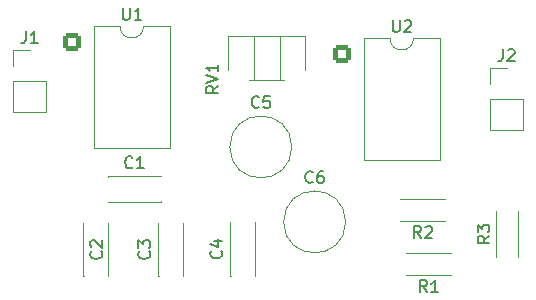
<source format=gbr>
%TF.GenerationSoftware,KiCad,Pcbnew,9.0.6*%
%TF.CreationDate,2025-12-16T12:18:39+05:30*%
%TF.ProjectId,Headphone Amplifier,48656164-7068-46f6-9e65-20416d706c69,rev?*%
%TF.SameCoordinates,Original*%
%TF.FileFunction,Legend,Top*%
%TF.FilePolarity,Positive*%
%FSLAX46Y46*%
G04 Gerber Fmt 4.6, Leading zero omitted, Abs format (unit mm)*
G04 Created by KiCad (PCBNEW 9.0.6) date 2025-12-16 12:18:39*
%MOMM*%
%LPD*%
G01*
G04 APERTURE LIST*
G04 Aperture macros list*
%AMRoundRect*
0 Rectangle with rounded corners*
0 $1 Rounding radius*
0 $2 $3 $4 $5 $6 $7 $8 $9 X,Y pos of 4 corners*
0 Add a 4 corners polygon primitive as box body*
4,1,4,$2,$3,$4,$5,$6,$7,$8,$9,$2,$3,0*
0 Add four circle primitives for the rounded corners*
1,1,$1+$1,$2,$3*
1,1,$1+$1,$4,$5*
1,1,$1+$1,$6,$7*
1,1,$1+$1,$8,$9*
0 Add four rect primitives between the rounded corners*
20,1,$1+$1,$2,$3,$4,$5,0*
20,1,$1+$1,$4,$5,$6,$7,0*
20,1,$1+$1,$6,$7,$8,$9,0*
20,1,$1+$1,$8,$9,$2,$3,0*%
G04 Aperture macros list end*
%ADD10C,0.150000*%
%ADD11C,0.120000*%
%ADD12C,1.600000*%
%ADD13C,1.400000*%
%ADD14C,1.200000*%
%ADD15RoundRect,0.250000X-0.550000X-0.550000X0.550000X-0.550000X0.550000X0.550000X-0.550000X0.550000X0*%
%ADD16R,1.700000X1.700000*%
%ADD17C,1.700000*%
%ADD18C,1.620000*%
G04 APERTURE END LIST*
D10*
X151321580Y-61684666D02*
X151369200Y-61732285D01*
X151369200Y-61732285D02*
X151416819Y-61875142D01*
X151416819Y-61875142D02*
X151416819Y-61970380D01*
X151416819Y-61970380D02*
X151369200Y-62113237D01*
X151369200Y-62113237D02*
X151273961Y-62208475D01*
X151273961Y-62208475D02*
X151178723Y-62256094D01*
X151178723Y-62256094D02*
X150988247Y-62303713D01*
X150988247Y-62303713D02*
X150845390Y-62303713D01*
X150845390Y-62303713D02*
X150654914Y-62256094D01*
X150654914Y-62256094D02*
X150559676Y-62208475D01*
X150559676Y-62208475D02*
X150464438Y-62113237D01*
X150464438Y-62113237D02*
X150416819Y-61970380D01*
X150416819Y-61970380D02*
X150416819Y-61875142D01*
X150416819Y-61875142D02*
X150464438Y-61732285D01*
X150464438Y-61732285D02*
X150512057Y-61684666D01*
X150512057Y-61303713D02*
X150464438Y-61256094D01*
X150464438Y-61256094D02*
X150416819Y-61160856D01*
X150416819Y-61160856D02*
X150416819Y-60922761D01*
X150416819Y-60922761D02*
X150464438Y-60827523D01*
X150464438Y-60827523D02*
X150512057Y-60779904D01*
X150512057Y-60779904D02*
X150607295Y-60732285D01*
X150607295Y-60732285D02*
X150702533Y-60732285D01*
X150702533Y-60732285D02*
X150845390Y-60779904D01*
X150845390Y-60779904D02*
X151416819Y-61351332D01*
X151416819Y-61351332D02*
X151416819Y-60732285D01*
X153971333Y-54547580D02*
X153923714Y-54595200D01*
X153923714Y-54595200D02*
X153780857Y-54642819D01*
X153780857Y-54642819D02*
X153685619Y-54642819D01*
X153685619Y-54642819D02*
X153542762Y-54595200D01*
X153542762Y-54595200D02*
X153447524Y-54499961D01*
X153447524Y-54499961D02*
X153399905Y-54404723D01*
X153399905Y-54404723D02*
X153352286Y-54214247D01*
X153352286Y-54214247D02*
X153352286Y-54071390D01*
X153352286Y-54071390D02*
X153399905Y-53880914D01*
X153399905Y-53880914D02*
X153447524Y-53785676D01*
X153447524Y-53785676D02*
X153542762Y-53690438D01*
X153542762Y-53690438D02*
X153685619Y-53642819D01*
X153685619Y-53642819D02*
X153780857Y-53642819D01*
X153780857Y-53642819D02*
X153923714Y-53690438D01*
X153923714Y-53690438D02*
X153971333Y-53738057D01*
X154923714Y-54642819D02*
X154352286Y-54642819D01*
X154638000Y-54642819D02*
X154638000Y-53642819D01*
X154638000Y-53642819D02*
X154542762Y-53785676D01*
X154542762Y-53785676D02*
X154447524Y-53880914D01*
X154447524Y-53880914D02*
X154352286Y-53928533D01*
X155385580Y-61684666D02*
X155433200Y-61732285D01*
X155433200Y-61732285D02*
X155480819Y-61875142D01*
X155480819Y-61875142D02*
X155480819Y-61970380D01*
X155480819Y-61970380D02*
X155433200Y-62113237D01*
X155433200Y-62113237D02*
X155337961Y-62208475D01*
X155337961Y-62208475D02*
X155242723Y-62256094D01*
X155242723Y-62256094D02*
X155052247Y-62303713D01*
X155052247Y-62303713D02*
X154909390Y-62303713D01*
X154909390Y-62303713D02*
X154718914Y-62256094D01*
X154718914Y-62256094D02*
X154623676Y-62208475D01*
X154623676Y-62208475D02*
X154528438Y-62113237D01*
X154528438Y-62113237D02*
X154480819Y-61970380D01*
X154480819Y-61970380D02*
X154480819Y-61875142D01*
X154480819Y-61875142D02*
X154528438Y-61732285D01*
X154528438Y-61732285D02*
X154576057Y-61684666D01*
X154480819Y-61351332D02*
X154480819Y-60732285D01*
X154480819Y-60732285D02*
X154861771Y-61065618D01*
X154861771Y-61065618D02*
X154861771Y-60922761D01*
X154861771Y-60922761D02*
X154909390Y-60827523D01*
X154909390Y-60827523D02*
X154957009Y-60779904D01*
X154957009Y-60779904D02*
X155052247Y-60732285D01*
X155052247Y-60732285D02*
X155290342Y-60732285D01*
X155290342Y-60732285D02*
X155385580Y-60779904D01*
X155385580Y-60779904D02*
X155433200Y-60827523D01*
X155433200Y-60827523D02*
X155480819Y-60922761D01*
X155480819Y-60922761D02*
X155480819Y-61208475D01*
X155480819Y-61208475D02*
X155433200Y-61303713D01*
X155433200Y-61303713D02*
X155385580Y-61351332D01*
X184208819Y-60364666D02*
X183732628Y-60697999D01*
X184208819Y-60936094D02*
X183208819Y-60936094D01*
X183208819Y-60936094D02*
X183208819Y-60555142D01*
X183208819Y-60555142D02*
X183256438Y-60459904D01*
X183256438Y-60459904D02*
X183304057Y-60412285D01*
X183304057Y-60412285D02*
X183399295Y-60364666D01*
X183399295Y-60364666D02*
X183542152Y-60364666D01*
X183542152Y-60364666D02*
X183637390Y-60412285D01*
X183637390Y-60412285D02*
X183685009Y-60459904D01*
X183685009Y-60459904D02*
X183732628Y-60555142D01*
X183732628Y-60555142D02*
X183732628Y-60936094D01*
X183208819Y-60031332D02*
X183208819Y-59412285D01*
X183208819Y-59412285D02*
X183589771Y-59745618D01*
X183589771Y-59745618D02*
X183589771Y-59602761D01*
X183589771Y-59602761D02*
X183637390Y-59507523D01*
X183637390Y-59507523D02*
X183685009Y-59459904D01*
X183685009Y-59459904D02*
X183780247Y-59412285D01*
X183780247Y-59412285D02*
X184018342Y-59412285D01*
X184018342Y-59412285D02*
X184113580Y-59459904D01*
X184113580Y-59459904D02*
X184161200Y-59507523D01*
X184161200Y-59507523D02*
X184208819Y-59602761D01*
X184208819Y-59602761D02*
X184208819Y-59888475D01*
X184208819Y-59888475D02*
X184161200Y-59983713D01*
X184161200Y-59983713D02*
X184113580Y-60031332D01*
X169235333Y-55791580D02*
X169187714Y-55839200D01*
X169187714Y-55839200D02*
X169044857Y-55886819D01*
X169044857Y-55886819D02*
X168949619Y-55886819D01*
X168949619Y-55886819D02*
X168806762Y-55839200D01*
X168806762Y-55839200D02*
X168711524Y-55743961D01*
X168711524Y-55743961D02*
X168663905Y-55648723D01*
X168663905Y-55648723D02*
X168616286Y-55458247D01*
X168616286Y-55458247D02*
X168616286Y-55315390D01*
X168616286Y-55315390D02*
X168663905Y-55124914D01*
X168663905Y-55124914D02*
X168711524Y-55029676D01*
X168711524Y-55029676D02*
X168806762Y-54934438D01*
X168806762Y-54934438D02*
X168949619Y-54886819D01*
X168949619Y-54886819D02*
X169044857Y-54886819D01*
X169044857Y-54886819D02*
X169187714Y-54934438D01*
X169187714Y-54934438D02*
X169235333Y-54982057D01*
X170092476Y-54886819D02*
X169902000Y-54886819D01*
X169902000Y-54886819D02*
X169806762Y-54934438D01*
X169806762Y-54934438D02*
X169759143Y-54982057D01*
X169759143Y-54982057D02*
X169663905Y-55124914D01*
X169663905Y-55124914D02*
X169616286Y-55315390D01*
X169616286Y-55315390D02*
X169616286Y-55696342D01*
X169616286Y-55696342D02*
X169663905Y-55791580D01*
X169663905Y-55791580D02*
X169711524Y-55839200D01*
X169711524Y-55839200D02*
X169806762Y-55886819D01*
X169806762Y-55886819D02*
X169997238Y-55886819D01*
X169997238Y-55886819D02*
X170092476Y-55839200D01*
X170092476Y-55839200D02*
X170140095Y-55791580D01*
X170140095Y-55791580D02*
X170187714Y-55696342D01*
X170187714Y-55696342D02*
X170187714Y-55458247D01*
X170187714Y-55458247D02*
X170140095Y-55363009D01*
X170140095Y-55363009D02*
X170092476Y-55315390D01*
X170092476Y-55315390D02*
X169997238Y-55267771D01*
X169997238Y-55267771D02*
X169806762Y-55267771D01*
X169806762Y-55267771D02*
X169711524Y-55315390D01*
X169711524Y-55315390D02*
X169663905Y-55363009D01*
X169663905Y-55363009D02*
X169616286Y-55458247D01*
X164679333Y-49441580D02*
X164631714Y-49489200D01*
X164631714Y-49489200D02*
X164488857Y-49536819D01*
X164488857Y-49536819D02*
X164393619Y-49536819D01*
X164393619Y-49536819D02*
X164250762Y-49489200D01*
X164250762Y-49489200D02*
X164155524Y-49393961D01*
X164155524Y-49393961D02*
X164107905Y-49298723D01*
X164107905Y-49298723D02*
X164060286Y-49108247D01*
X164060286Y-49108247D02*
X164060286Y-48965390D01*
X164060286Y-48965390D02*
X164107905Y-48774914D01*
X164107905Y-48774914D02*
X164155524Y-48679676D01*
X164155524Y-48679676D02*
X164250762Y-48584438D01*
X164250762Y-48584438D02*
X164393619Y-48536819D01*
X164393619Y-48536819D02*
X164488857Y-48536819D01*
X164488857Y-48536819D02*
X164631714Y-48584438D01*
X164631714Y-48584438D02*
X164679333Y-48632057D01*
X165584095Y-48536819D02*
X165107905Y-48536819D01*
X165107905Y-48536819D02*
X165060286Y-49013009D01*
X165060286Y-49013009D02*
X165107905Y-48965390D01*
X165107905Y-48965390D02*
X165203143Y-48917771D01*
X165203143Y-48917771D02*
X165441238Y-48917771D01*
X165441238Y-48917771D02*
X165536476Y-48965390D01*
X165536476Y-48965390D02*
X165584095Y-49013009D01*
X165584095Y-49013009D02*
X165631714Y-49108247D01*
X165631714Y-49108247D02*
X165631714Y-49346342D01*
X165631714Y-49346342D02*
X165584095Y-49441580D01*
X165584095Y-49441580D02*
X165536476Y-49489200D01*
X165536476Y-49489200D02*
X165441238Y-49536819D01*
X165441238Y-49536819D02*
X165203143Y-49536819D01*
X165203143Y-49536819D02*
X165107905Y-49489200D01*
X165107905Y-49489200D02*
X165060286Y-49441580D01*
X153162095Y-41066819D02*
X153162095Y-41876342D01*
X153162095Y-41876342D02*
X153209714Y-41971580D01*
X153209714Y-41971580D02*
X153257333Y-42019200D01*
X153257333Y-42019200D02*
X153352571Y-42066819D01*
X153352571Y-42066819D02*
X153543047Y-42066819D01*
X153543047Y-42066819D02*
X153638285Y-42019200D01*
X153638285Y-42019200D02*
X153685904Y-41971580D01*
X153685904Y-41971580D02*
X153733523Y-41876342D01*
X153733523Y-41876342D02*
X153733523Y-41066819D01*
X154733523Y-42066819D02*
X154162095Y-42066819D01*
X154447809Y-42066819D02*
X154447809Y-41066819D01*
X154447809Y-41066819D02*
X154352571Y-41209676D01*
X154352571Y-41209676D02*
X154257333Y-41304914D01*
X154257333Y-41304914D02*
X154162095Y-41352533D01*
X178395333Y-60540819D02*
X178062000Y-60064628D01*
X177823905Y-60540819D02*
X177823905Y-59540819D01*
X177823905Y-59540819D02*
X178204857Y-59540819D01*
X178204857Y-59540819D02*
X178300095Y-59588438D01*
X178300095Y-59588438D02*
X178347714Y-59636057D01*
X178347714Y-59636057D02*
X178395333Y-59731295D01*
X178395333Y-59731295D02*
X178395333Y-59874152D01*
X178395333Y-59874152D02*
X178347714Y-59969390D01*
X178347714Y-59969390D02*
X178300095Y-60017009D01*
X178300095Y-60017009D02*
X178204857Y-60064628D01*
X178204857Y-60064628D02*
X177823905Y-60064628D01*
X178776286Y-59636057D02*
X178823905Y-59588438D01*
X178823905Y-59588438D02*
X178919143Y-59540819D01*
X178919143Y-59540819D02*
X179157238Y-59540819D01*
X179157238Y-59540819D02*
X179252476Y-59588438D01*
X179252476Y-59588438D02*
X179300095Y-59636057D01*
X179300095Y-59636057D02*
X179347714Y-59731295D01*
X179347714Y-59731295D02*
X179347714Y-59826533D01*
X179347714Y-59826533D02*
X179300095Y-59969390D01*
X179300095Y-59969390D02*
X178728667Y-60540819D01*
X178728667Y-60540819D02*
X179347714Y-60540819D01*
X144954666Y-43043819D02*
X144954666Y-43758104D01*
X144954666Y-43758104D02*
X144907047Y-43900961D01*
X144907047Y-43900961D02*
X144811809Y-43996200D01*
X144811809Y-43996200D02*
X144668952Y-44043819D01*
X144668952Y-44043819D02*
X144573714Y-44043819D01*
X145954666Y-44043819D02*
X145383238Y-44043819D01*
X145668952Y-44043819D02*
X145668952Y-43043819D01*
X145668952Y-43043819D02*
X145573714Y-43186676D01*
X145573714Y-43186676D02*
X145478476Y-43281914D01*
X145478476Y-43281914D02*
X145383238Y-43329533D01*
X161248819Y-47665238D02*
X160772628Y-47998571D01*
X161248819Y-48236666D02*
X160248819Y-48236666D01*
X160248819Y-48236666D02*
X160248819Y-47855714D01*
X160248819Y-47855714D02*
X160296438Y-47760476D01*
X160296438Y-47760476D02*
X160344057Y-47712857D01*
X160344057Y-47712857D02*
X160439295Y-47665238D01*
X160439295Y-47665238D02*
X160582152Y-47665238D01*
X160582152Y-47665238D02*
X160677390Y-47712857D01*
X160677390Y-47712857D02*
X160725009Y-47760476D01*
X160725009Y-47760476D02*
X160772628Y-47855714D01*
X160772628Y-47855714D02*
X160772628Y-48236666D01*
X160248819Y-47379523D02*
X161248819Y-47046190D01*
X161248819Y-47046190D02*
X160248819Y-46712857D01*
X161248819Y-45855714D02*
X161248819Y-46427142D01*
X161248819Y-46141428D02*
X160248819Y-46141428D01*
X160248819Y-46141428D02*
X160391676Y-46236666D01*
X160391676Y-46236666D02*
X160486914Y-46331904D01*
X160486914Y-46331904D02*
X160534533Y-46427142D01*
X176022095Y-42082819D02*
X176022095Y-42892342D01*
X176022095Y-42892342D02*
X176069714Y-42987580D01*
X176069714Y-42987580D02*
X176117333Y-43035200D01*
X176117333Y-43035200D02*
X176212571Y-43082819D01*
X176212571Y-43082819D02*
X176403047Y-43082819D01*
X176403047Y-43082819D02*
X176498285Y-43035200D01*
X176498285Y-43035200D02*
X176545904Y-42987580D01*
X176545904Y-42987580D02*
X176593523Y-42892342D01*
X176593523Y-42892342D02*
X176593523Y-42082819D01*
X177022095Y-42178057D02*
X177069714Y-42130438D01*
X177069714Y-42130438D02*
X177164952Y-42082819D01*
X177164952Y-42082819D02*
X177403047Y-42082819D01*
X177403047Y-42082819D02*
X177498285Y-42130438D01*
X177498285Y-42130438D02*
X177545904Y-42178057D01*
X177545904Y-42178057D02*
X177593523Y-42273295D01*
X177593523Y-42273295D02*
X177593523Y-42368533D01*
X177593523Y-42368533D02*
X177545904Y-42511390D01*
X177545904Y-42511390D02*
X176974476Y-43082819D01*
X176974476Y-43082819D02*
X177593523Y-43082819D01*
X185340666Y-44572819D02*
X185340666Y-45287104D01*
X185340666Y-45287104D02*
X185293047Y-45429961D01*
X185293047Y-45429961D02*
X185197809Y-45525200D01*
X185197809Y-45525200D02*
X185054952Y-45572819D01*
X185054952Y-45572819D02*
X184959714Y-45572819D01*
X185769238Y-44668057D02*
X185816857Y-44620438D01*
X185816857Y-44620438D02*
X185912095Y-44572819D01*
X185912095Y-44572819D02*
X186150190Y-44572819D01*
X186150190Y-44572819D02*
X186245428Y-44620438D01*
X186245428Y-44620438D02*
X186293047Y-44668057D01*
X186293047Y-44668057D02*
X186340666Y-44763295D01*
X186340666Y-44763295D02*
X186340666Y-44858533D01*
X186340666Y-44858533D02*
X186293047Y-45001390D01*
X186293047Y-45001390D02*
X185721619Y-45572819D01*
X185721619Y-45572819D02*
X186340666Y-45572819D01*
X178903333Y-65112819D02*
X178570000Y-64636628D01*
X178331905Y-65112819D02*
X178331905Y-64112819D01*
X178331905Y-64112819D02*
X178712857Y-64112819D01*
X178712857Y-64112819D02*
X178808095Y-64160438D01*
X178808095Y-64160438D02*
X178855714Y-64208057D01*
X178855714Y-64208057D02*
X178903333Y-64303295D01*
X178903333Y-64303295D02*
X178903333Y-64446152D01*
X178903333Y-64446152D02*
X178855714Y-64541390D01*
X178855714Y-64541390D02*
X178808095Y-64589009D01*
X178808095Y-64589009D02*
X178712857Y-64636628D01*
X178712857Y-64636628D02*
X178331905Y-64636628D01*
X179855714Y-65112819D02*
X179284286Y-65112819D01*
X179570000Y-65112819D02*
X179570000Y-64112819D01*
X179570000Y-64112819D02*
X179474762Y-64255676D01*
X179474762Y-64255676D02*
X179379524Y-64350914D01*
X179379524Y-64350914D02*
X179284286Y-64398533D01*
X161481580Y-61644666D02*
X161529200Y-61692285D01*
X161529200Y-61692285D02*
X161576819Y-61835142D01*
X161576819Y-61835142D02*
X161576819Y-61930380D01*
X161576819Y-61930380D02*
X161529200Y-62073237D01*
X161529200Y-62073237D02*
X161433961Y-62168475D01*
X161433961Y-62168475D02*
X161338723Y-62216094D01*
X161338723Y-62216094D02*
X161148247Y-62263713D01*
X161148247Y-62263713D02*
X161005390Y-62263713D01*
X161005390Y-62263713D02*
X160814914Y-62216094D01*
X160814914Y-62216094D02*
X160719676Y-62168475D01*
X160719676Y-62168475D02*
X160624438Y-62073237D01*
X160624438Y-62073237D02*
X160576819Y-61930380D01*
X160576819Y-61930380D02*
X160576819Y-61835142D01*
X160576819Y-61835142D02*
X160624438Y-61692285D01*
X160624438Y-61692285D02*
X160672057Y-61644666D01*
X160910152Y-60787523D02*
X161576819Y-60787523D01*
X160529200Y-61025618D02*
X161243485Y-61263713D01*
X161243485Y-61263713D02*
X161243485Y-60644666D01*
D11*
%TO.C,C2*%
X149806000Y-63788000D02*
X149806000Y-59248000D01*
X149862000Y-63788000D02*
X149806000Y-63788000D01*
X151890000Y-59248000D02*
X151946000Y-59248000D01*
X151946000Y-59248000D02*
X151946000Y-63788000D01*
%TO.C,C1*%
X151868000Y-55318000D02*
X156408000Y-55318000D01*
X151868000Y-55374000D02*
X151868000Y-55318000D01*
X156408000Y-57402000D02*
X156408000Y-57458000D01*
X156408000Y-57458000D02*
X151868000Y-57458000D01*
%TO.C,C3*%
X156156000Y-63788000D02*
X156156000Y-59248000D01*
X156212000Y-63788000D02*
X156156000Y-63788000D01*
X158240000Y-59248000D02*
X158296000Y-59248000D01*
X158296000Y-59248000D02*
X158296000Y-63788000D01*
%TO.C,R3*%
X184754000Y-62118000D02*
X184754000Y-58278000D01*
X186594000Y-62118000D02*
X186594000Y-58278000D01*
%TO.C,C6*%
X172022000Y-59182000D02*
G75*
G02*
X166782000Y-59182000I-2620000J0D01*
G01*
X166782000Y-59182000D02*
G75*
G02*
X172022000Y-59182000I2620000J0D01*
G01*
%TO.C,C5*%
X167466000Y-52832000D02*
G75*
G02*
X162226000Y-52832000I-2620000J0D01*
G01*
X162226000Y-52832000D02*
G75*
G02*
X167466000Y-52832000I2620000J0D01*
G01*
%TO.C,U1*%
X150689000Y-42612000D02*
X150689000Y-52892000D01*
X150689000Y-52892000D02*
X157159000Y-52892000D01*
X152924000Y-42612000D02*
X150689000Y-42612000D01*
X157159000Y-42612000D02*
X154924000Y-42612000D01*
X157159000Y-52892000D02*
X157159000Y-42612000D01*
X154924000Y-42612000D02*
G75*
G02*
X152924000Y-42612000I-1000000J0D01*
G01*
%TO.C,R2*%
X180482000Y-57246000D02*
X176642000Y-57246000D01*
X180482000Y-59086000D02*
X176642000Y-59086000D01*
%TO.C,J1*%
X143908000Y-44589000D02*
X145288000Y-44589000D01*
X143908000Y-45969000D02*
X143908000Y-44589000D01*
X143908000Y-47239000D02*
X143908000Y-49889000D01*
X143908000Y-47239000D02*
X146668000Y-47239000D01*
X143908000Y-49889000D02*
X146668000Y-49889000D01*
X146668000Y-47239000D02*
X146668000Y-49889000D01*
%TO.C,RV1*%
X162094000Y-43460000D02*
X168614000Y-43460000D01*
X162094000Y-46360000D02*
X162094000Y-43460000D01*
X164244000Y-43460000D02*
X166464000Y-43460000D01*
X164244000Y-47180000D02*
X164244000Y-43460000D01*
X166464000Y-43460000D02*
X166464000Y-47180000D01*
X166464000Y-47180000D02*
X164244000Y-47180000D01*
X166820000Y-47180000D02*
X163888000Y-47180000D01*
X168614000Y-43460000D02*
X168614000Y-46360000D01*
%TO.C,U2*%
X173549000Y-43628000D02*
X173549000Y-53908000D01*
X173549000Y-53908000D02*
X180019000Y-53908000D01*
X175784000Y-43628000D02*
X173549000Y-43628000D01*
X180019000Y-43628000D02*
X177784000Y-43628000D01*
X180019000Y-53908000D02*
X180019000Y-43628000D01*
X177784000Y-43628000D02*
G75*
G02*
X175784000Y-43628000I-1000000J0D01*
G01*
%TO.C,J2*%
X184294000Y-46118000D02*
X185674000Y-46118000D01*
X184294000Y-47498000D02*
X184294000Y-46118000D01*
X184294000Y-48768000D02*
X184294000Y-51418000D01*
X184294000Y-48768000D02*
X187054000Y-48768000D01*
X184294000Y-51418000D02*
X187054000Y-51418000D01*
X187054000Y-48768000D02*
X187054000Y-51418000D01*
%TO.C,R1*%
X180990000Y-61818000D02*
X177150000Y-61818000D01*
X180990000Y-63658000D02*
X177150000Y-63658000D01*
%TO.C,C4*%
X162252000Y-63748000D02*
X162252000Y-59208000D01*
X162308000Y-63748000D02*
X162252000Y-63748000D01*
X164336000Y-59208000D02*
X164392000Y-59208000D01*
X164392000Y-59208000D02*
X164392000Y-63748000D01*
%TD*%
%LPC*%
D12*
%TO.C,C2*%
X150876000Y-64018000D03*
X150876000Y-59018000D03*
%TD*%
%TO.C,C1*%
X151638000Y-56388000D03*
X156638000Y-56388000D03*
%TD*%
%TO.C,C3*%
X157226000Y-64018000D03*
X157226000Y-59018000D03*
%TD*%
D13*
%TO.C,R3*%
X185674000Y-62738000D03*
X185674000Y-57658000D03*
%TD*%
D14*
%TO.C,C6*%
X168402000Y-59182000D03*
X170402000Y-59182000D03*
%TD*%
%TO.C,C5*%
X163846000Y-52832000D03*
X165846000Y-52832000D03*
%TD*%
D15*
%TO.C,U1*%
X148844000Y-43942000D03*
D12*
X148844000Y-46482000D03*
X148844000Y-49022000D03*
X148844000Y-51562000D03*
X159004000Y-51562000D03*
X159004000Y-49022000D03*
X159004000Y-46482000D03*
X159004000Y-43942000D03*
%TD*%
D13*
%TO.C,R2*%
X181102000Y-58166000D03*
X176022000Y-58166000D03*
%TD*%
D16*
%TO.C,J1*%
X145288000Y-45969000D03*
D17*
X145288000Y-48509000D03*
%TD*%
D18*
%TO.C,RV1*%
X162854000Y-47070000D03*
X165354000Y-44570000D03*
X167854000Y-47070000D03*
%TD*%
D15*
%TO.C,U2*%
X171704000Y-44958000D03*
D12*
X171704000Y-47498000D03*
X171704000Y-50038000D03*
X171704000Y-52578000D03*
X181864000Y-52578000D03*
X181864000Y-50038000D03*
X181864000Y-47498000D03*
X181864000Y-44958000D03*
%TD*%
D16*
%TO.C,J2*%
X185674000Y-47498000D03*
D17*
X185674000Y-50038000D03*
%TD*%
D13*
%TO.C,R1*%
X181610000Y-62738000D03*
X176530000Y-62738000D03*
%TD*%
D12*
%TO.C,C4*%
X163322000Y-63978000D03*
X163322000Y-58978000D03*
%TD*%
%LPD*%
M02*

</source>
